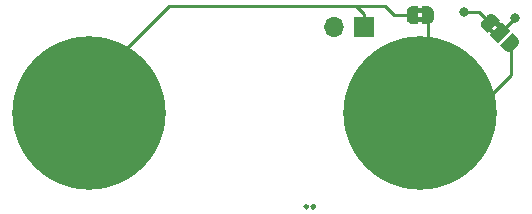
<source format=gbr>
G04 #@! TF.GenerationSoftware,KiCad,Pcbnew,(5.0.1-dev-70-gb7b125d83)*
G04 #@! TF.CreationDate,2019-02-14T00:16:49+01:00*
G04 #@! TF.ProjectId,piezothing,7069657A6F7468696E672E6B69636164,rev?*
G04 #@! TF.SameCoordinates,Original*
G04 #@! TF.FileFunction,Copper,L2,Bot,Signal*
G04 #@! TF.FilePolarity,Positive*
%FSLAX46Y46*%
G04 Gerber Fmt 4.6, Leading zero omitted, Abs format (unit mm)*
G04 Created by KiCad (PCBNEW (5.0.1-dev-70-gb7b125d83)) date 02/14/19 00:16:49*
%MOMM*%
%LPD*%
G01*
G04 APERTURE LIST*
G04 #@! TA.AperFunction,EtchedComponent*
%ADD10C,0.010000*%
G04 #@! TD*
G04 #@! TA.AperFunction,ComponentPad*
%ADD11C,3.000000*%
G04 #@! TD*
G04 #@! TA.AperFunction,BGAPad,CuDef*
%ADD12C,13.000000*%
G04 #@! TD*
G04 #@! TA.AperFunction,ComponentPad*
%ADD13R,1.700000X1.700000*%
G04 #@! TD*
G04 #@! TA.AperFunction,ComponentPad*
%ADD14O,1.700000X1.700000*%
G04 #@! TD*
G04 #@! TA.AperFunction,SMDPad,CuDef*
%ADD15C,0.500000*%
G04 #@! TD*
G04 #@! TA.AperFunction,Conductor*
%ADD16C,0.100000*%
G04 #@! TD*
G04 #@! TA.AperFunction,SMDPad,CuDef*
%ADD17C,1.000000*%
G04 #@! TD*
G04 #@! TA.AperFunction,ViaPad*
%ADD18C,0.800000*%
G04 #@! TD*
G04 #@! TA.AperFunction,Conductor*
%ADD19C,0.250000*%
G04 #@! TD*
G04 APERTURE END LIST*
D10*
G04 #@! TO.C,G\002A\002A\002A*
G36*
X135005146Y-88111816D02*
X135080459Y-88015192D01*
X135088504Y-87989231D01*
X135085474Y-87859633D01*
X135019780Y-87772380D01*
X134916592Y-87741236D01*
X134801076Y-87779966D01*
X134763480Y-87811480D01*
X134697517Y-87915524D01*
X134720749Y-88016078D01*
X134779963Y-88082278D01*
X134895213Y-88137123D01*
X135005146Y-88111816D01*
X135005146Y-88111816D01*
G37*
X135005146Y-88111816D02*
X135080459Y-88015192D01*
X135088504Y-87989231D01*
X135085474Y-87859633D01*
X135019780Y-87772380D01*
X134916592Y-87741236D01*
X134801076Y-87779966D01*
X134763480Y-87811480D01*
X134697517Y-87915524D01*
X134720749Y-88016078D01*
X134779963Y-88082278D01*
X134895213Y-88137123D01*
X135005146Y-88111816D01*
G36*
X134387730Y-88118697D02*
X134470345Y-88037345D01*
X134506182Y-87950586D01*
X134471099Y-87872319D01*
X134391403Y-87790343D01*
X134305425Y-87741588D01*
X134286480Y-87738909D01*
X134215722Y-87768703D01*
X134163117Y-87811480D01*
X134104233Y-87896516D01*
X134090545Y-87946727D01*
X134127296Y-88037724D01*
X134210912Y-88120293D01*
X134298364Y-88154545D01*
X134387730Y-88118697D01*
X134387730Y-88118697D01*
G37*
X134387730Y-88118697D02*
X134470345Y-88037345D01*
X134506182Y-87950586D01*
X134471099Y-87872319D01*
X134391403Y-87790343D01*
X134305425Y-87741588D01*
X134286480Y-87738909D01*
X134215722Y-87768703D01*
X134163117Y-87811480D01*
X134104233Y-87896516D01*
X134090545Y-87946727D01*
X134127296Y-88037724D01*
X134210912Y-88120293D01*
X134298364Y-88154545D01*
X134387730Y-88118697D01*
G04 #@! TD*
D11*
G04 #@! TO.P,REF\002A\002A,1*
G04 #@! TO.N,/A1*
X116000000Y-80000000D03*
G04 #@! TD*
G04 #@! TO.P,REF\002A\002A,1*
G04 #@! TO.N,/A2*
X144000000Y-80000000D03*
G04 #@! TD*
D12*
G04 #@! TO.P,REF\002A\002A,1*
G04 #@! TO.N,/K2*
X144000000Y-80000000D03*
G04 #@! TD*
G04 #@! TO.P,REF\002A\002A,1*
G04 #@! TO.N,/K1*
X116000000Y-80000000D03*
G04 #@! TD*
D13*
G04 #@! TO.P,J1,1*
G04 #@! TO.N,/K1*
X139250000Y-72750000D03*
D14*
G04 #@! TO.P,J1,2*
G04 #@! TO.N,/A2*
X136710000Y-72750000D03*
G04 #@! TD*
D15*
G04 #@! TO.P,JP1,1*
G04 #@! TO.N,/A2*
X149830761Y-72330761D03*
D16*
G04 #@! TD*
G04 #@! TO.N,/A2*
G04 #@! TO.C,JP1*
G36*
X150643934Y-72295406D02*
X150891421Y-72542893D01*
X150608578Y-72825736D01*
X150361091Y-72578248D01*
X150078248Y-72861091D01*
X150325736Y-73108578D01*
X150042893Y-73391421D01*
X149795406Y-73143934D01*
X149689340Y-73250000D01*
X149300431Y-72861091D01*
X149300857Y-72860665D01*
X149283508Y-72843317D01*
X149252381Y-72805387D01*
X149225120Y-72764589D01*
X149201990Y-72721315D01*
X149183212Y-72675983D01*
X149168969Y-72629028D01*
X149159396Y-72580903D01*
X149154587Y-72532072D01*
X149154587Y-72483003D01*
X149159396Y-72434173D01*
X149168969Y-72386048D01*
X149183212Y-72339093D01*
X149201990Y-72293760D01*
X149225120Y-72250486D01*
X149252381Y-72209688D01*
X149283508Y-72171758D01*
X149300857Y-72154410D01*
X149300431Y-72153984D01*
X149653984Y-71800431D01*
X149654410Y-71800857D01*
X149671758Y-71783508D01*
X149709688Y-71752381D01*
X149750486Y-71725120D01*
X149793760Y-71701990D01*
X149839093Y-71683212D01*
X149886048Y-71668969D01*
X149934173Y-71659396D01*
X149983003Y-71654587D01*
X150032072Y-71654587D01*
X150080903Y-71659396D01*
X150129028Y-71668969D01*
X150175983Y-71683212D01*
X150221315Y-71701990D01*
X150264589Y-71725120D01*
X150305387Y-71752381D01*
X150343317Y-71783508D01*
X150360665Y-71800857D01*
X150361091Y-71800431D01*
X150750000Y-72189340D01*
X150643934Y-72295406D01*
X150643934Y-72295406D01*
G37*
D15*
G04 #@! TO.P,JP1,3*
G04 #@! TO.N,/K2*
X151669239Y-74169239D03*
D16*
G04 #@! TD*
G04 #@! TO.N,/K2*
G04 #@! TO.C,JP1*
G36*
X152199143Y-73639335D02*
X152216492Y-73656683D01*
X152247619Y-73694613D01*
X152274880Y-73735411D01*
X152298010Y-73778685D01*
X152316788Y-73824017D01*
X152331031Y-73870972D01*
X152340604Y-73919097D01*
X152345413Y-73967928D01*
X152345413Y-74016997D01*
X152340604Y-74065827D01*
X152331031Y-74113952D01*
X152316788Y-74160907D01*
X152298010Y-74206240D01*
X152274880Y-74249514D01*
X152247619Y-74290312D01*
X152216492Y-74328242D01*
X152199143Y-74345590D01*
X152199569Y-74346016D01*
X151846016Y-74699569D01*
X151845590Y-74699143D01*
X151828242Y-74716492D01*
X151790312Y-74747619D01*
X151749514Y-74774880D01*
X151706240Y-74798010D01*
X151660907Y-74816788D01*
X151613952Y-74831031D01*
X151565827Y-74840604D01*
X151516997Y-74845413D01*
X151467928Y-74845413D01*
X151419097Y-74840604D01*
X151370972Y-74831031D01*
X151324017Y-74816788D01*
X151278685Y-74798010D01*
X151235411Y-74774880D01*
X151194613Y-74747619D01*
X151156683Y-74716492D01*
X151139335Y-74699143D01*
X151138909Y-74699569D01*
X150750000Y-74310660D01*
X151810660Y-73250000D01*
X152199569Y-73638909D01*
X152199143Y-73639335D01*
X152199143Y-73639335D01*
G37*
D17*
G04 #@! TO.P,JP1,2*
G04 #@! TO.N,/A1*
X150750000Y-73250000D03*
D16*
G04 #@! TD*
G04 #@! TO.N,/A1*
G04 #@! TO.C,JP1*
G36*
X149866117Y-73426777D02*
X150926777Y-72366117D01*
X151633883Y-73073223D01*
X150573223Y-74133883D01*
X149866117Y-73426777D01*
X149866117Y-73426777D01*
G37*
D15*
G04 #@! TO.P,JP2,1*
G04 #@! TO.N,/K1*
X143350001Y-71750000D03*
D16*
G04 #@! TD*
G04 #@! TO.N,/K1*
G04 #@! TO.C,JP2*
G36*
X143850001Y-71150000D02*
X144250001Y-71150000D01*
X144250001Y-71550000D01*
X143850001Y-71550000D01*
X143850001Y-71950000D01*
X144250001Y-71950000D01*
X144250001Y-72350000D01*
X143850001Y-72350000D01*
X143850001Y-72500000D01*
X143350001Y-72500000D01*
X143350001Y-72499398D01*
X143325467Y-72499398D01*
X143276636Y-72494588D01*
X143228511Y-72485016D01*
X143181556Y-72470772D01*
X143136223Y-72451995D01*
X143092950Y-72428864D01*
X143052151Y-72401604D01*
X143014222Y-72370476D01*
X142979525Y-72335779D01*
X142948397Y-72297850D01*
X142921137Y-72257051D01*
X142898006Y-72213778D01*
X142879229Y-72168445D01*
X142864985Y-72121490D01*
X142855413Y-72073365D01*
X142850603Y-72024534D01*
X142850603Y-72000000D01*
X142850001Y-72000000D01*
X142850001Y-71500000D01*
X142850603Y-71500000D01*
X142850603Y-71475466D01*
X142855413Y-71426635D01*
X142864985Y-71378510D01*
X142879229Y-71331555D01*
X142898006Y-71286222D01*
X142921137Y-71242949D01*
X142948397Y-71202150D01*
X142979525Y-71164221D01*
X143014222Y-71129524D01*
X143052151Y-71098396D01*
X143092950Y-71071136D01*
X143136223Y-71048005D01*
X143181556Y-71029228D01*
X143228511Y-71014984D01*
X143276636Y-71005412D01*
X143325467Y-71000602D01*
X143350001Y-71000602D01*
X143350001Y-71000000D01*
X143850001Y-71000000D01*
X143850001Y-71150000D01*
X143850001Y-71150000D01*
G37*
D15*
G04 #@! TO.P,JP2,2*
G04 #@! TO.N,/K2*
X144649999Y-71750000D03*
D16*
G04 #@! TD*
G04 #@! TO.N,/K2*
G04 #@! TO.C,JP2*
G36*
X144649999Y-71000602D02*
X144674533Y-71000602D01*
X144723364Y-71005412D01*
X144771489Y-71014984D01*
X144818444Y-71029228D01*
X144863777Y-71048005D01*
X144907050Y-71071136D01*
X144947849Y-71098396D01*
X144985778Y-71129524D01*
X145020475Y-71164221D01*
X145051603Y-71202150D01*
X145078863Y-71242949D01*
X145101994Y-71286222D01*
X145120771Y-71331555D01*
X145135015Y-71378510D01*
X145144587Y-71426635D01*
X145149397Y-71475466D01*
X145149397Y-71500000D01*
X145149999Y-71500000D01*
X145149999Y-72000000D01*
X145149397Y-72000000D01*
X145149397Y-72024534D01*
X145144587Y-72073365D01*
X145135015Y-72121490D01*
X145120771Y-72168445D01*
X145101994Y-72213778D01*
X145078863Y-72257051D01*
X145051603Y-72297850D01*
X145020475Y-72335779D01*
X144985778Y-72370476D01*
X144947849Y-72401604D01*
X144907050Y-72428864D01*
X144863777Y-72451995D01*
X144818444Y-72470772D01*
X144771489Y-72485016D01*
X144723364Y-72494588D01*
X144674533Y-72499398D01*
X144649999Y-72499398D01*
X144649999Y-72500000D01*
X144149999Y-72500000D01*
X144149999Y-71000000D01*
X144649999Y-71000000D01*
X144649999Y-71000602D01*
X144649999Y-71000602D01*
G37*
D18*
G04 #@! TO.N,/A2*
X147750000Y-71500000D03*
G04 #@! TO.N,/A1*
X152000000Y-72000000D03*
G04 #@! TD*
D19*
G04 #@! TO.N,/K1*
X139250000Y-71650000D02*
X138600000Y-71000000D01*
X139250000Y-72750000D02*
X139250000Y-71650000D01*
X122750000Y-71000000D02*
X118750000Y-75000000D01*
X138600000Y-71000000D02*
X122750000Y-71000000D01*
X143350001Y-71750000D02*
X141750000Y-71750000D01*
X141000000Y-71000000D02*
X138600000Y-71000000D01*
X141750000Y-71750000D02*
X141000000Y-71000000D01*
G04 #@! TO.N,/A2*
X149830761Y-72330761D02*
X149406498Y-71906498D01*
X149406498Y-71906498D02*
X149000000Y-71500000D01*
X149000000Y-71500000D02*
X147750000Y-71500000D01*
G04 #@! TO.N,/K2*
X151669239Y-76830761D02*
X149750000Y-78750000D01*
X151669239Y-74169239D02*
X151669239Y-76830761D01*
X144649999Y-74149999D02*
X144750000Y-74250000D01*
X144649999Y-71750000D02*
X144649999Y-74149999D01*
G04 #@! TO.N,/A1*
X150750000Y-73250000D02*
X152000000Y-72000000D01*
G04 #@! TD*
M02*

</source>
